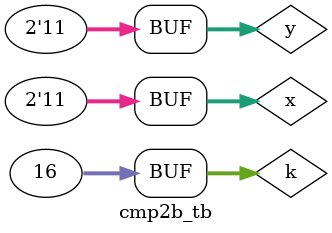
<source format=v>
module cmp2b(
    input [1:0] x, y,
    output eq, lt, gt
);
    assign eq = x == y;
    assign lt = x < y;
    assign gt = x > y;
endmodule

module cmp2b_tb;
    reg [1:0] x, y;
    wire eq, lt, gt;
    
    cmp2b cut (
        .x(x), .y(y), .eq(eq), .lt(lt), .gt(gt)
    );

    integer k;
    initial begin
        $display("Time\tx\ty\teq\tlt\tgt");
        $monitor("%0t\t%b\t%b\t%b\t%b\t%b", $time, x, y, eq, lt, gt);
        for(k = 0; k < 16; k = k + 1) begin
            {x, y} = k;
            #10;
        end
    end
endmodule
</source>
